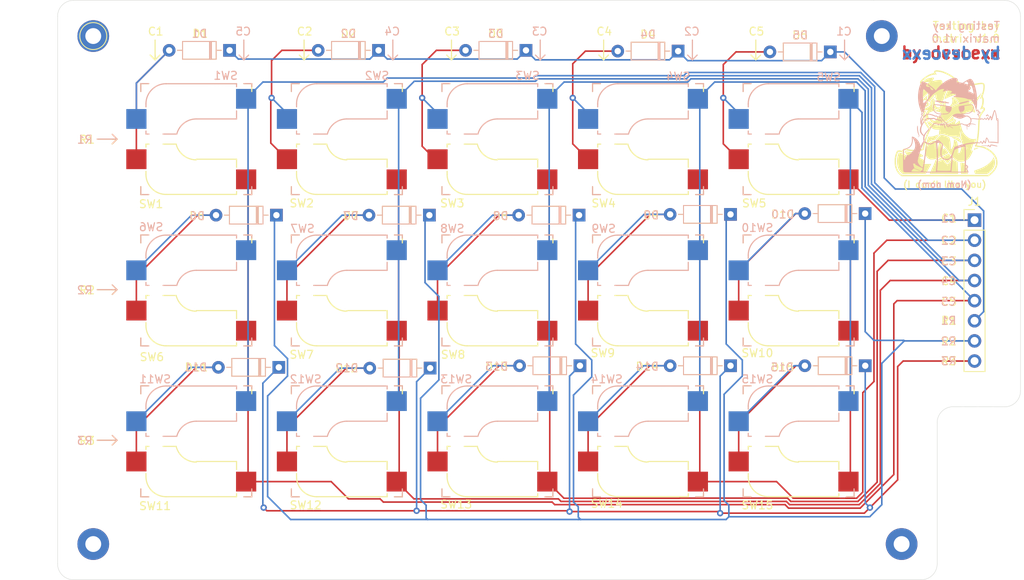
<source format=kicad_pcb>
(kicad_pcb (version 20241229) (generator "pcbnew") (generator_version "9.0")
  (layers (0 "F.Cu" signal) (2 "B.Cu" signal) (13 "F.Paste" user) (15 "B.Paste" user) (5 "F.SilkS" user "F.Silkscreen") (7 "B.SilkS" user "B.Silkscreen") (1 "F.Mask" user) (3 "B.Mask" user) (25 "Edge.Cuts" user))
  (net 0 "")
  (net 1 "Net-(D1-A)")
  (net 2 "row1")
  (net 3 "Net-(D2-A)")
  (net 4 "Net-(D3-A)")
  (net 5 "Net-(D4-A)")
  (net 6 "Net-(D5-A)")
  (net 7 "row2")
  (net 8 "Net-(D6-A)")
  (net 9 "Net-(D7-A)")
  (net 10 "Net-(D8-A)")
  (net 11 "Net-(D9-A)")
  (net 12 "Net-(D10-A)")
  (net 13 "Net-(D11-A)")
  (net 14 "row3")
  (net 15 "Net-(D12-A)")
  (net 16 "Net-(D13-A)")
  (net 17 "Net-(D14-A)")
  (net 18 "Net-(D15-A)")
  (net 19 "col3")
  (net 20 "col5")
  (net 21 "col1")
  (net 22 "col2")
  (net 23 "col4")
  (footprint "TestingSplitKb:D_DO-35_SOD27_P7.62mm_Horizontal_BothSides" (layer "F.Cu") (at 170 39 180)
    (property "Reference" "D5")
    (property "Value" "1N4148")
  )
  (footprint "TestPoint:TestPoint_Plated_Hole_D2.0mm" (layer "F.Cu") (at 77 37)
    (property "Reference" "REF**" (hide yes))
    (property "Value" "TestPoint_Plated_Hole_D2.0mm")
  )
  (footprint "" (layer "F.Cu") (at 77 101.1 90)
    (property "Reference" "")
    (property "Value" "")
  )
  (footprint "TestingSplitKb:Kailh_socket_MX_reversible" (layer "F.Cu") (at 90 88.14)
    (property "Reference" "SW11")
    (property "Value" "SW_Push_Dual")
  )
  (footprint "TestingSplitKb:Kailh_socket_MX_reversible" (layer "F.Cu") (at 166 88.14)
    (property "Reference" "SW15")
    (property "Value" "SW_Push_Dual")
  )
  (footprint "TestingSplitKb:TigerBite" (layer "F.Cu") (at 185.2 48.2)
    (property "Reference" "G***" (hide yes))
    (property "Value" "LOGO" (hide yes))
  )
  (footprint "TestingSplitKb:Kailh_socket_MX_reversible" (layer "F.Cu") (at 90 50)
    (property "Reference" "SW1")
    (property "Value" "SW_Push_Dual")
  )
  (footprint "TestingSplitKb:Kailh_socket_MX_reversible" (layer "F.Cu") (at 166 50)
    (property "Reference" "SW5")
    (property "Value" "SW_Push_Dual")
  )
  (footprint "TestingSplitKb:Kailh_socket_MX_reversible" (layer "F.Cu") (at 109 50)
    (property "Reference" "SW2")
    (property "Value" "SW_Push_Dual")
  )
  (footprint "TestingSplitKb:D_DO-35_SOD27_P7.62mm_Horizontal_BothSides" (layer "F.Cu") (at 100.11 59.6 180)
    (property "Reference" "D6")
    (property "Value" "1N4148")
  )
  (footprint "TestingSplitKb:D_DO-35_SOD27_P7.62mm_Horizontal_BothSides" (layer "F.Cu") (at 119.41 59.6 180)
    (property "Reference" "D7")
    (property "Value" "1N4148")
  )
  (footprint "TestingSplitKb:D_DO-35_SOD27_P7.62mm_Horizontal_BothSides" (layer "F.Cu") (at 157.41 78.6 180)
    (property "Reference" "D14")
    (property "Value" "1N4148")
  )
  (footprint "TestingSplitKb:Kailh_socket_MX_reversible" (layer "F.Cu") (at 147 69.1)
    (property "Reference" "SW9")
    (property "Value" "SW_Push_Dual")
  )
  (footprint "TestingSplitKb:Kailh_socket_MX_reversible" (layer "F.Cu") (at 147 88.14)
    (property "Reference" "SW14")
    (property "Value" "SW_Push_Dual")
  )
  (footprint "TestingSplitKb:D_DO-35_SOD27_P7.62mm_Horizontal_BothSides" (layer "F.Cu") (at 150.8 38.9 180)
    (property "Reference" "D4")
    (property "Value" "1N4148")
  )
  (footprint "TestingSplitKb:D_DO-35_SOD27_P7.62mm_Horizontal_BothSides" (layer "F.Cu") (at 138.3 59.6 180)
    (property "Reference" "D8")
    (property "Value" "1N4148")
  )
  (footprint "TestingSplitKb:Kailh_socket_MX_reversible" (layer "F.Cu") (at 147 50)
    (property "Reference" "SW4")
    (property "Value" "SW_Push_Dual")
  )
  (footprint "TestingSplitKb:Kailh_socket_MX_reversible" (layer "F.Cu") (at 90 69.1)
    (property "Reference" "SW6")
    (property "Value" "SW_Push_Dual")
  )
  (footprint "TestingSplitKb:D_DO-35_SOD27_P7.62mm_Horizontal_BothSides" (layer "F.Cu") (at 157.41 59.5 180)
    (property "Reference" "D9")
    (property "Value" "1N4148")
  )
  (footprint "TestingSplitKb:Kailh_socket_MX_reversible" (layer "F.Cu") (at 128 69.1)
    (property "Reference" "SW8")
    (property "Value" "SW_Push_Dual")
  )
  (footprint "TestingSplitKb:Kailh_socket_MX_reversible" (layer "F.Cu") (at 109 69.1)
    (property "Reference" "SW7")
    (property "Value" "SW_Push_Dual")
  )
  (footprint "" (layer "F.Cu") (at 176.5 37)
    (property "Reference" "")
    (property "Value" "")
  )
  (footprint "TestingSplitKb:Kailh_socket_MX_reversible" (layer "F.Cu") (at 166 69.1)
    (property "Reference" "SW10")
    (property "Value" "SW_Push_Dual")
  )
  (footprint "" (layer "F.Cu") (at 179 101.1 180)
    (property "Reference" "")
    (property "Value" "")
  )
  (footprint "TestingSplitKb:D_DO-35_SOD27_P7.62mm_Horizontal_BothSides" (layer "F.Cu") (at 131.6 38.8 180)
    (property "Reference" "D3")
    (property "Value" "1N4148")
  )
  (footprint "TestingSplitKb:D_DO-35_SOD27_P7.62mm_Horizontal_BothSides" (layer "F.Cu") (at 119.51 78.9 180)
    (property "Reference" "D12")
    (property "Value" "1N4148")
  )
  (footprint "TestingSplitKb:Alasca" (layer "F.Cu") (at 184.6 48)
    (property "Reference" "G***" (hide yes))
    (property "Value" "LOGO" (hide yes))
  )
  (footprint "Connector_PinHeader_2.54mm:PinHeader_1x08_P2.54mm_Vertical" (layer "F.Cu") (at 188.2 60.225)
    (property "Reference" "J1")
    (property "Value" "Conn_01x08_Pin")
  )
  (footprint "TestingSplitKb:Kailh_socket_MX_reversible" (layer "F.Cu") (at 128 88.14)
    (property "Reference" "SW13")
    (property "Value" "SW_Push_Dual")
  )
  (footprint "TestingSplitKb:D_DO-35_SOD27_P7.62mm_Horizontal_BothSides" (layer "F.Cu") (at 100.41 78.8 180)
    (property "Reference" "D11")
    (property "Value" "1N4148")
  )
  (footprint "TestingSplitKb:D_DO-35_SOD27_P7.62mm_Horizontal_BothSides" (layer "F.Cu") (at 94.2 38.8 180)
    (property "Reference" "D1")
    (property "Value" "1N4148")
  )
  (footprint "TestingSplitKb:D_DO-35_SOD27_P7.62mm_Horizontal_BothSides" (layer "F.Cu") (at 174.41 78.6 180)
    (property "Reference" "D15")
    (property "Value" "1N4148")
  )
  (footprint "TestingSplitKb:Kailh_socket_MX_reversible" (layer "F.Cu") (at 109 88.14)
    (property "Reference" "SW12")
    (property "Value" "SW_Push_Dual")
  )
  (footprint "TestingSplitKb:D_DO-35_SOD27_P7.62mm_Horizontal_BothSides" (layer "F.Cu") (at 138.41 78.6 180)
    (property "Reference" "D13")
    (property "Value" "1N4148")
  )
  (footprint "TestingSplitKb:D_DO-35_SOD27_P7.62mm_Horizontal_BothSides" (layer "F.Cu") (at 113 38.8 180)
    (property "Reference" "D2")
    (property "Value" "1N4148")
  )
  (footprint "TestingSplitKb:D_DO-35_SOD27_P7.62mm_Horizontal_BothSides" (layer "F.Cu") (at 174.4 59.4 180)
    (property "Reference" "D10")
    (property "Value" "1N4148")
  )
  (footprint "TestingSplitKb:Kailh_socket_MX_reversible" (layer "F.Cu") (at 128 50)
    (property "Reference" "SW3")
    (property "Value" "SW_Push_Dual")
  )
  (gr_line (start 84.8 37.5) (end 84.8 40) (stroke (width 0.15)) (layer "F.SilkS"))
  (gr_line (start 79.4 69) (end 80 69) (stroke (width 0.15)) (layer "F.SilkS"))
  (gr_line (start 141.4 37.5) (end 141.4 40) (stroke (width 0.15)) (layer "F.SilkS"))
  (gr_line (start 79.4 69) (end 80 69) (stroke (width 0.15)) (layer "F.SilkS"))
  (gr_line (start 84.8 39.4) (end 84.8 40) (stroke (width 0.15)) (layer "F.SilkS"))
  (gr_line (start 141.4 40) (end 142 39.4) (stroke (width 0.15)) (layer "F.SilkS"))
  (gr_line (start 79.4 50) (end 80 50) (stroke (width 0.15)) (layer "F.SilkS"))
  (gr_line (start 141.4 40) (end 140.8 39.4) (stroke (width 0.15)) (layer "F.SilkS"))
  (gr_line (start 84.8 40) (end 84.2 39.4) (stroke (width 0.15)) (layer "F.SilkS"))
  (gr_line (start 121.6 39.4) (end 122.2 40) (stroke (width 0.15)) (layer "F.SilkS"))
  (gr_line (start 79.4 50) (end 80 50) (stroke (width 0.15)) (layer "F.SilkS"))
  (gr_line (start 79.4 50.6) (end 80 50) (stroke (width 0.15)) (layer "F.SilkS"))
  (gr_line (start 79.4 88.6) (end 80 88) (stroke (width 0.15)) (layer "F.SilkS"))
  (gr_line (start 79.4 88) (end 80 88) (stroke (width 0.15)) (layer "F.SilkS"))
  (gr_line (start 79.4 50.6) (end 80 50) (stroke (width 0.15)) (layer "F.SilkS"))
  (gr_line (start 80 50) (end 79.4 50.6) (stroke (width 0.15)) (layer "F.SilkS"))
  (gr_line (start 79.4 69.6) (end 80 69) (stroke (width 0.15)) (layer "F.SilkS"))
  (gr_line (start 79.4 88) (end 80 88) (stroke (width 0.15)) (layer "F.SilkS"))
  (gr_line (start 84.8 39.4) (end 84.8 40) (stroke (width 0.15)) (layer "F.SilkS"))
  (gr_line (start 122.2 40) (end 122.8 39.4) (stroke (width 0.15)) (layer "F.SilkS"))
  (gr_line (start 77.5 69) (end 80 69) (stroke (width 0.15)) (layer "F.SilkS"))
  (gr_line (start 122.2 39.4) (end 122.2 40) (stroke (width 0.15)) (layer "F.SilkS"))
  (gr_line (start 80 88) (end 79.4 88.6) (stroke (width 0.15)) (layer "F.SilkS"))
  (gr_line (start 84.8 40) (end 85.4 39.4) (stroke (width 0.15)) (layer "F.SilkS"))
  (gr_line (start 80 88) (end 79.4 87.4) (stroke (width 0.15)) (layer "F.SilkS"))
  (gr_line (start 80 50) (end 79.4 49.4) (stroke (width 0.15)) (layer "F.SilkS"))
  (gr_line (start 80 50) (end 79.4 50.6) (stroke (width 0.15)) (layer "F.SilkS"))
  (gr_line (start 79.4 50) (end 80 50) (stroke (width 0.15)) (layer "F.SilkS"))
  (gr_line (start 80 69) (end 79.4 68.4) (stroke (width 0.15)) (layer "F.SilkS"))
  (gr_line (start 84.8 40) (end 84.2 39.4) (stroke (width 0.15)) (layer "F.SilkS"))
  (gr_line (start 80 69) (end 79.4 69.6) (stroke (width 0.15)) (layer "F.SilkS"))
  (gr_line (start 80 69) (end 79.4 69.6) (stroke (width 0.15)) (layer "F.SilkS"))
  (gr_line (start 80 50) (end 79.4 50.6) (stroke (width 0.15)) (layer "F.SilkS"))
  (gr_line (start 160 39.4) (end 160.6 40) (stroke (width 0.15)) (layer "F.SilkS"))
  (gr_line (start 103.6 40) (end 104.2 39.4) (stroke (width 0.15)) (layer "F.SilkS"))
  (gr_line (start 77.5 50) (end 80 50) (stroke (width 0.15)) (layer "F.SilkS"))
  (gr_line (start 80 88) (end 79.4 88.6) (stroke (width 0.15)) (layer "F.SilkS"))
  (gr_line (start 84.2 39.4) (end 84.8 40) (stroke (width 0.15)) (layer "F.SilkS"))
  (gr_line (start 160.6 40) (end 161.2 39.4) (stroke (width 0.15)) (layer "F.SilkS"))
  (gr_line (start 103 39.4) (end 103.6 40) (stroke (width 0.15)) (layer "F.SilkS"))
  (gr_line (start 160.6 37.5) (end 160.6 40) (stroke (width 0.15)) (layer "F.SilkS"))
  (gr_line (start 103.6 37.5) (end 103.6 40) (stroke (width 0.15)) (layer "F.SilkS"))
  (gr_line (start 77.5 88) (end 80 88) (stroke (width 0.15)) (layer "F.SilkS"))
  (gr_line (start 79.4 50) (end 80 50) (stroke (width 0.15)) (layer "F.SilkS"))
  (gr_line (start 122.2 37.5) (end 122.2 40) (stroke (width 0.15)) (layer "F.SilkS"))
  (gr_line (start 171.8 37.5) (end 171.8 40) (stroke (width 0.15)) (layer "B.SilkS"))
  (gr_line (start 114.8 40) (end 115.4 39.4) (stroke (width 0.15)) (layer "B.SilkS"))
  (gr_line (start 152 39.4) (end 152.6 40) (stroke (width 0.15)) (layer "B.SilkS"))
  (gr_line (start 114.2 39.4) (end 114.8 40) (stroke (width 0.15)) (layer "B.SilkS"))
  (gr_line (start 80 69) (end 79.4 69.6) (stroke (width 0.15)) (layer "B.SilkS"))
  (gr_line (start 114.8 37.5) (end 114.8 40) (stroke (width 0.15)) (layer "B.SilkS"))
  (gr_line (start 80 69) (end 79.4 68.4) (stroke (width 0.15)) (layer "B.SilkS"))
  (gr_line (start 80 88) (end 79.4 87.4) (stroke (width 0.15)) (layer "B.SilkS"))
  (gr_line (start 77.5 88) (end 80 88) (stroke (width 0.15)) (layer "B.SilkS"))
  (gr_line (start 152.6 37.5) (end 152.6 40) (stroke (width 0.15)) (layer "B.SilkS"))
  (gr_line (start 133.4 37.5) (end 133.4 40) (stroke (width 0.15)) (layer "B.SilkS"))
  (gr_line (start 96 40) (end 96.6 39.4) (stroke (width 0.15)) (layer "B.SilkS"))
  (gr_line (start 80 50) (end 79.4 49.4) (stroke (width 0.15)) (layer "B.SilkS"))
  (gr_line (start 96 37.5) (end 96 40) (stroke (width 0.15)) (layer "B.SilkS"))
  (gr_line (start 95.4 39.4) (end 96 40) (stroke (width 0.15)) (layer "B.SilkS"))
  (gr_line (start 171.8 40) (end 172.4 39.4) (stroke (width 0.15)) (layer "B.SilkS"))
  (gr_line (start 77.5 50) (end 80 50) (stroke (width 0.15)) (layer "B.SilkS"))
  (gr_line (start 80 88) (end 79.4 88.6) (stroke (width 0.15)) (layer "B.SilkS"))
  (gr_line (start 80 50) (end 79.4 50.6) (stroke (width 0.15)) (layer "B.SilkS"))
  (gr_line (start 132.8 39.4) (end 133.4 40) (stroke (width 0.15)) (layer "B.SilkS"))
  (gr_line (start 171.2 39.4) (end 171.8 40) (stroke (width 0.15)) (layer "B.SilkS"))
  (gr_line (start 152.6 40) (end 153.2 39.4) (stroke (width 0.15)) (layer "B.SilkS"))
  (gr_line (start 77.5 69) (end 80 69) (stroke (width 0.15)) (layer "B.SilkS"))
  (gr_line (start 133.4 40) (end 134 39.4) (stroke (width 0.15)) (layer "B.SilkS"))
  (gr_line (start 72.5 34.5) (end 72.500001 103.6) (stroke (width 0.05)) (layer "Edge.Cuts"))
  (gr_line (start 183.485786 85.785788) (end 183.485786 103.6) (stroke (width 0.05)) (layer "Edge.Cuts"))
  (gr_arc (start 183.485786 85.785788) (mid 184.075735 84.361523) (end 185.5 83.771572) (stroke (width 0.05)) (layer "Edge.Cuts"))
  (gr_arc (start 72.5 34.5) (mid 73.085786 33.085786) (end 74.5 32.5) (stroke (width 0.05)) (layer "Edge.Cuts"))
  (gr_line (start 175.5 32.5) (end 192 32.5) (stroke (width 0.05)) (layer "Edge.Cuts"))
  (gr_arc (start 74.5 105.6) (mid 73.085787 105.014214) (end 72.500001 103.600001) (stroke (width 0.05)) (layer "Edge.Cuts"))
  (gr_arc (start 194 81.785786) (mid 193.414214 83.2) (end 192.000001 83.785787) (stroke (width 0.05)) (layer "Edge.Cuts"))
  (gr_line (start 74.5 32.5) (end 175.5 32.5) (stroke (width 0.05)) (layer "Edge.Cuts"))
  (gr_line (start 194 34.5) (end 194 81.785786) (stroke (width 0.05)) (layer "Edge.Cuts"))
  (gr_arc (start 183.485786 103.6) (mid 182.9 105.014214) (end 181.485786 105.6) (stroke (width 0.05)) (layer "Edge.Cuts"))
  (gr_line (start 185.5 83.771572) (end 191.992789 83.785787) (stroke (width 0.05)) (layer "Edge.Cuts"))
  (gr_line (start 74.5 105.6) (end 181.485786 105.6) (stroke (width 0.05)) (layer "Edge.Cuts"))
  (gr_arc (start 192 32.5) (mid 193.414214 33.085786) (end 194.000001 34.499999) (stroke (width 0.05)) (layer "Edge.Cuts"))
  (gr_text "by devcexx" (at 178.8 40 0) (layer "F.Cu") (effects (font (size 1.5 1.5) (thickness 0.3) (bold yes)) (justify left bottom)))
  (gr_text "by devcexx" (at 191.7 38.3 0) (layer "B.Cu") (effects (font (size 1.5 1.5) (thickness 0.3) (bold yes)) (justify left top mirror)))
  (gr_text "R2" (at 75.15 69.65 0) (layer "F.SilkS") (effects (font (size 1 1)) (justify left bottom)))
  (gr_text "R3" (at 75.15 88.65 0) (layer "F.SilkS") (effects (font (size 1 1)) (justify left bottom)))
  (gr_text "Testing key\nmatrix v1.0" (at 191.5 37.9 0) (layer "F.SilkS") (effects (font (size 1 1)) (justify right bottom)))
  (gr_text "C2" (at 183.9 63.4 0) (layer "F.SilkS") (effects (font (size 1 1)) (justify left bottom)))
  (gr_text "R1" (at 75.15 50.65 0) (layer "F.SilkS") (effects (font (size 1 1)) (justify left bottom)))
  (gr_text "R2" (at 183.9 76.1 0) (layer "F.SilkS") (effects (font (size 1 1)) (justify left bottom)))
  (gr_text "R3" (at 183.9 78.6 0) (layer "F.SilkS") (effects (font (size 1 1)) (justify left bottom)))
  (gr_text "C3" (at 121.2 37 0) (layer "F.SilkS") (effects (font (size 1 1)) (justify left bottom)))
  (gr_text "C1" (at 83.8 37 0) (layer "F.SilkS") (effects (font (size 1 1)) (justify left bottom)))
  (gr_text "C1" (at 183.9 60.6 0) (layer "F.SilkS") (effects (font (size 1 1)) (justify left bottom)))
  (gr_text "C5" (at 159.6 37 0) (layer "F.SilkS") (effects (font (size 1 1)) (justify left bottom)))
  (gr_text "C3" (at 183.9 66 0) (layer "F.SilkS") (effects (font (size 1 1)) (justify left bottom)))
  (gr_text "C4" (at 183.9 68.5 0) (layer "F.SilkS") (effects (font (size 1 1)) (justify left bottom)))
  (gr_text "(I don't like you)" (at 179.1 56.2 0) (layer "F.SilkS") (effects (font (size 0.8 0.8) (thickness 0.15) (bold yes)) (justify left bottom)))
  (gr_text "R1" (at 183.9 73.5 0) (layer "F.SilkS") (effects (font (size 1 1)) (justify left bottom)))
  (gr_text "C5" (at 183.9 71.1 0) (layer "F.SilkS") (effects (font (size 1 1)) (justify left bottom)))
  (gr_text "C4" (at 140.4 37 0) (layer "F.SilkS") (effects (font (size 1 1)) (justify left bottom)))
  (gr_text "C2" (at 102.6 37 0) (layer "F.SilkS") (effects (font (size 1 1)) (justify left bottom)))
  (gr_text "R1" (at 77 50.65 0) (layer "B.SilkS") (effects (font (size 1 1)) (justify left bottom mirror)))
  (gr_text "C1" (at 172.8 37 0) (layer "B.SilkS") (effects (font (size 1 1)) (justify left bottom mirror)))
  (gr_text "R2" (at 77 69.65 0) (layer "B.SilkS") (effects (font (size 1 1)) (justify left bottom mirror)))
  (gr_text "C5" (at 186 71.1 0) (layer "B.SilkS") (effects (font (size 1 1)) (justify left bottom mirror)))
  (gr_text "(Nom nom)" (at 184.4 56.2 0) (layer "B.SilkS") (effects (font (size 0.8 0.8)) (justify bottom mirror)))
  (gr_text "R3" (at 186 78.6 0) (layer "B.SilkS") (effects (font (size 1 1)) (justify left bottom mirror)))
  (gr_text "C4" (at 186 68.5 0) (layer "B.SilkS") (effects (font (size 1 1)) (justify left bottom mirror)))
  (gr_text "C4" (at 115.8 37 0) (layer "B.SilkS") (effects (font (size 1 1)) (justify left bottom mirror)))
  (gr_text "R1" (at 186 73.5 0) (layer "B.SilkS") (effects (font (size 1 1)) (justify left bottom mirror)))
  (gr_text "R2" (at 186 76.1 0) (layer "B.SilkS") (effects (font (size 1 1)) (justify left bottom mirror)))
  (gr_text "Testing key\nmatrix v1.0" (at 191.5 37.9 0) (layer "B.SilkS") (effects (font (size 1 1)) (justify left bottom mirror)))
  (gr_text "C3" (at 134.4 37 0) (layer "B.SilkS") (effects (font (size 1 1)) (justify left bottom mirror)))
  (gr_text "C3" (at 186 66 0) (layer "B.SilkS") (effects (font (size 1 1)) (justify left bottom mirror)))
  (gr_text "C2" (at 153.6 37 0) (layer "B.SilkS") (effects (font (size 1 1)) (justify left bottom mirror)))
  (gr_text "C1" (at 186 60.6 0) (layer "B.SilkS") (effects (font (size 1 1)) (justify left bottom mirror)))
  (gr_text "C2" (at 186 63.4 0) (layer "B.SilkS") (effects (font (size 1 1)) (justify left bottom mirror)))
  (gr_text "C5" (at 97 37 0) (layer "B.SilkS") (effects (font (size 1 1)) (justify left bottom mirror)))
  (gr_text "R3" (at 77 88.65 0) (layer "B.SilkS") (effects (font (size 1 1)) (justify left bottom mirror)))
  (segment (start 82.44 42.94) (end 86.58 38.8) (width 0.2) (layer "F.Cu") (net 1))
  (segment (start 82.44 52.54) (end 82.44 42.94) (width 0.2) (layer "F.Cu") (net 1))
  (segment (start 82.44 42.94) (end 86.58 38.8) (width 0.2) (layer "B.Cu") (net 1))
  (segment (start 82.44 47.46) (end 82.44 42.94) (width 0.2) (layer "B.Cu") (net 1))
  (segment (start 113 38.8) (end 114.1 39.9) (width 0.2) (layer "B.Cu") (net 2))
  (segment (start 149.699 40.001) (end 150.8 38.9) (width 0.2) (layer "B.Cu") (net 2))
  (segment (start 95.301 39.901) (end 111.899 39.901) (width 0.2) (layer "B.Cu") (net 2))
  (segment (start 168.899 40.101) (end 170 39) (width 0.2) (layer "B.Cu") (net 2))
  (segment (start 94.2 38.8) (end 95.301 39.901) (width 0.2) (layer "B.Cu") (net 2))
  (segment (start 171.8013 39) (end 176.8 43.9987) (width 0.2) (layer "B.Cu") (net 2))
  (segment (start 132.801 40.001) (end 149.699 40.001) (width 0.2) (layer "B.Cu") (net 2))
  (segment (start 178.2 56.3) (end 186.577 56.3) (width 0.2) (layer "B.Cu") (net 2))
  (segment (start 152.001 40.101) (end 168.899 40.101) (width 0.2) (layer "B.Cu") (net 2))
  (segment (start 130.5 39.9) (end 131.6 38.8) (width 0.2) (layer "B.Cu") (net 2))
  (segment (start 186.577 56.3) (end 189.351 59.074) (width 0.2) (layer "B.Cu") (net 2))
  (segment (start 176.8 54.9) (end 178.2 56.3) (width 0.2) (layer "B.Cu") (net 2))
  (segment (start 111.899 39.901) (end 113 38.8) (width 0.2) (layer "B.Cu") (net 2))
  (segment (start 189.351 59.074) (end 189.351 71.774) (width 0.2) (layer "B.Cu") (net 2))
  (segment (start 114.1 39.9) (end 130.5 39.9) (width 0.2) (layer "B.Cu") (net 2))
  (segment (start 170 39) (end 171.8013 39) (width 0.2) (layer "B.Cu") (net 2))
  (segment (start 150.8 38.9) (end 152.001 40.101) (width 0.2) (layer "B.Cu") (net 2))
  (segment (start 131.6 38.8) (end 132.801 40.001) (width 0.2) (layer "B.Cu") (net 2))
  (segment (start 189.351 71.774) (end 188.2 72.925) (width 0.2) (layer "B.Cu") (net 2))
  (segment (start 176.8 43.9987) (end 176.8 54.9) (width 0.2) (layer "B.Cu") (net 2))
  (segment (start 99.4 50.5) (end 99.4 44.9) (width 0.2) (layer "F.Cu") (net 3))
  (segment (start 99.4 44.9) (end 99.5 44.8) (width 0.2) (layer "F.Cu") (net 3))
  (segment (start 99.5 40.1) (end 100.8 38.8) (width 0.2) (layer "F.Cu") (net 3))
  (segment (start 100.8 38.8) (end 105.38 38.8) (width 0.2) (layer "F.Cu") (net 3))
  (segment (start 101.44 52.54) (end 99.4 50.5) (width 0.2) (layer "F.Cu") (net 3))
  (segment (start 99.5 44.8) (end 99.5 40.1) (width 0.2) (layer "F.Cu") (net 3))
  (via (at 99.5 44.8) (size 0.8) (drill 0.4) (layers "F.Cu" "B.Cu") (net 3))
  (segment (start 101.44 47.46) (end 101.44 46.74) (width 0.2) (layer "B.Cu") (net 3))
  (segment (start 101.44 46.74) (end 99.5 44.8) (width 0.2) (layer "B.Cu") (net 3))
  (segment (start 120.3 38.8) (end 123.98 38.8) (width 0.2) (layer "F.Cu") (net 4))
  (segment (start 120.14 52.54) (end 118.5 50.9) (width 0.2) (layer "F.Cu") (net 4))
  (segment (start 120.44 52.54) (end 120.14 52.54) (width 0.2) (layer "F.Cu") (net 4))
  (segment (start 118.5 50.9) (end 118.5 44.8) (width 0.2) (layer "F.Cu") (net 4))
  (segment (start 118.5 40.6) (end 120.3 38.8) (width 0.2) (layer "F.Cu") (net 4))
  (segment (start 118.5 44.8) (end 118.5 40.6) (width 0.2) (layer "F.Cu") (net 4))
  (via (at 118.5 44.8) (size 0.8) (drill 0.4) (layers "F.Cu" "B.Cu") (net 4))
  (segment (start 120.44 47.46) (end 120.44 46.74) (width 0.2) (layer "B.Cu") (net 4))
  (segment (start 120.44 46.74) (end 118.5 44.8) (width 0.2) (layer "B.Cu") (net 4))
  (segment (start 139.1 38.9) (end 143.18 38.9) (width 0.2) (layer "F.Cu") (net 5))
  (segment (start 137.5 50.6) (end 137.5 44.8) (width 0.2) (layer "F.Cu") (net 5))
  (segment (start 137.5 44.8) (end 137.5 40.5) (width 0.2) (layer "F.Cu") (net 5))
  (segment (start 137.5 40.5) (end 139.1 38.9) (width 0.2) (layer "F.Cu") (net 5))
  (segment (start 139.44 52.54) (end 137.5 50.6) (width 0.2) (layer "F.Cu") (net 5))
  (via (at 137.5 44.8) (size 0.8) (drill 0.4) (layers "F.Cu" "B.Cu") (net 5))
  (segment (start 139.44 47.46) (end 139.44 46.74) (width 0.2) (layer "B.Cu") (net 5))
  (segment (start 139.44 46.74) (end 137.5 44.8) (width 0.2) (layer "B.Cu") (net 5))
  (segment (start 158.44 52.54) (end 156.5 50.6) (width 0.2) (layer "F.Cu") (net 6))
  (segment (start 156.5 40.6) (end 158.1 39) (width 0.2) (layer "F.Cu") (net 6))
  (segment (start 156.5 44.8) (end 156.5 40.6) (width 0.2) (layer "F.Cu") (net 6))
  (segment (start 158.1 39) (end 162.38 39) (width 0.2) (layer "F.Cu") (net 6))
  (segment (start 156.5 50.6) (end 156.5 44.8) (width 0.2) (layer "F.Cu") (net 6))
  (via (at 156.5 44.8) (size 0.8) (drill 0.4) (layers "F.Cu" "B.Cu") (net 6))
  (segment (start 158.44 47.46) (end 158.44 46.74) (width 0.2) (layer "B.Cu") (net 6))
  (segment (start 158.44 46.74) (end 156.5 44.8) (width 0.2) (layer "B.Cu") (net 6))
  (segment (start 118.3 82.7) (end 118.3 95.5) (width 0.2) (layer "B.Cu") (net 7))
  (segment (start 156.85 98.001) (end 157.2 97.651) (width 0.2) (layer "B.Cu") (net 7))
  (segment (start 99 95.1) (end 101.901 98.001) (width 0.2) (layer "B.Cu") (net 7))
  (segment (start 118.864 60.146) (end 118.864 68.111) (width 0.2) (layer "B.Cu") (net 7))
  (segment (start 101.901 98.001) (end 119.2 98.001) (width 0.2) (layer "B.Cu") (net 7))
  (segment (start 137.6 82.3) (end 137.6 95.8) (width 0.2) (layer "B.Cu") (net 7))
  (segment (start 156.864 75.852) (end 158.9 77.888) (width 0.2) (layer "B.Cu") (net 7))
  (segment (start 179.335 75.465) (end 188.2 75.465) (width 0.2) (layer "B.Cu") (net 7))
  (segment (start 176.5 96.132786) (end 176.5 78.3) (width 0.2) (layer "B.Cu") (net 7))
  (segment (start 174.4 74.3) (end 175.5 75.4) (width 0.2) (layer "B.Cu") (net 7))
  (segment (start 138.2 98.001) (end 138.5 98.001) (width 0.2) (layer "B.Cu") (net 7))
  (segment (start 120.611 69.858) (end 120.611 80.389) (width 0.2) (layer "B.Cu") (net 7))
  (segment (start 100.11 59.6) (end 99.864 59.846) (width 0.2) (layer "B.Cu") (net 7))
  (segment (start 175.5 75.4) (end 179.27 75.4) (width 0.2) (layer "B.Cu") (net 7))
  (segment (start 118.3 95.5) (end 119 96.2) (width 0.2) (layer "B.Cu") (net 7))
  (segment (start 119 97.801) (end 119.2 98.001) (width 0.2) (layer "B.Cu") (net 7))
  (segment (start 119.2 98.001) (end 138.2 98.001) (width 0.2) (layer "B.Cu") (net 7))
  (segment (start 139.9 80) (end 137.6 82.3) (width 0.2) (layer "B.Cu") (net 7))
  (segment (start 101.511 77.699) (end 101.511 79.901) (width 0.2) (layer "B.Cu") (net 7))
  (segment (start 157.41 59.5) (end 156.864 60.046) (width 0.2) (layer "B.Cu") (net 7))
  (segment (start 156.6 82.2) (end 156.6 95.6) (width 0.2) (layer "B.Cu") (net 7))
  (segment (start 99.864 76.052) (end 101.511 77.699) (width 0.2) (layer "B.Cu") (net 7))
  (segment (start 99.864 59.846) (end 99.864 76.052) (width 0.2) (layer "B.Cu") (net 7))
  (segment (start 137.864 75.852) (end 139.9 77.888) (width 0.2) (layer "B.Cu") (net 7))
  (segment (start 119 96.2) (end 119 97.801) (width 0.2) (layer "B.Cu") (net 7))
  (segment (start 158.9 79.9) (end 156.6 82.2) (width 0.2) (layer "B.Cu") (net 7))
  (segment (start 157.2 96.2) (end 157.2 97.651) (width 0.2) (layer "B.Cu") (net 7))
  (segment (start 156.864 60.046) (end 156.864 75.852) (width 0.2) (layer "B.Cu") (net 7))
  (segment (start 139.9 77.888) (end 139.9 80) (width 0.2) (layer "B.Cu") (net 7))
  (segment (start 138.2 97.701) (end 138.5 98.001) (width 0.2) (layer "B.Cu") (net 7))
  (segment (start 156.6 95.6) (end 157.2 96.2) (width 0.2) (layer "B.Cu") (net 7))
  (segment (start 137.6 95.8) (end 138.2 96.4) (width 0.2) (layer "B.Cu") (net 7))
  (segment (start 99 82.412) (end 99 95.1) (width 0.2) (layer "B.Cu") (net 7))
  (segment (start 176.5 78.3) (end 179.335 75.465) (width 0.2) (layer "B.Cu") (net 7))
  (segment (start 138.2 96.4) (end 138.2 97.701) (width 0.2) (layer "B.Cu") (net 7))
  (segment (start 158.9 77.888) (end 158.9 79.9) (width 0.2) (layer "B.Cu") (net 7))
  (segment (start 138.3 59.6) (end 137.864 60.036) (width 0.2) (layer "B.Cu") (net 7))
  (segment (start 157.2 97.651) (end 174.981786 97.651) (width 0.2) (layer "B.Cu") (net 7))
  (segment (start 138.5 98.001) (end 156.85 98.001) (width 0.2) (layer "B.Cu") (net 7))
  (segment (start 101.511 79.901) (end 99 82.412) (width 0.2) (layer "B.Cu") (net 7))
  (segment (start 120.611 80.389) (end 118.3 82.7) (width 0.2) (layer "B.Cu") (net 7))
  (segment (start 137.864 60.036) (end 137.864 75.852) (width 0.2) (layer "B.Cu") (net 7))
  (segment (start 118.864 68.111) (end 120.611 69.858) (width 0.2) (layer "B.Cu") (net 7))
  (segment (start 174.4 59.4) (end 174.4 74.3) (width 0.2) (layer "B.Cu") (net 7))
  (segment (start 179.27 75.4) (end 179.335 75.465) (width 0.2) (layer "B.Cu") (net 7))
  (segment (start 119.41 59.6) (end 118.864 60.146) (width 0.2) (layer "B.Cu") (net 7))
  (segment (start 174.981786 97.651) (end 176.5 96.132786) (width 0.2) (layer "B.Cu") (net 7))
  (segment (start 82.44 67.338737) (end 90.178737 59.6) (width 0.2) (layer "F.Cu") (net 8))
  (segment (start 90.178737 59.6) (end 92.49 59.6) (width 0.2) (layer "F.Cu") (net 8))
  (segment (start 82.44 71.64) (end 82.44 67.338737) (width 0.2) (layer "F.Cu") (net 8))
  (segment (start 82.44 66.56) (end 89.4 59.6) (width 0.2) (layer "B.Cu") (net 8))
  (segment (start 89.4 59.6) (end 92.49 59.6) (width 0.2) (layer "B.Cu") (net 8))
  (segment (start 109.178737 59.6) (end 111.79 59.6) (width 0.2) (layer "F.Cu") (net 9))
  (segment (start 101.44 71.64) (end 101.44 67.338737) (width 0.2) (layer "F.Cu") (net 9))
  (segment (start 101.44 67.338737) (end 109.178737 59.6) (width 0.2) (layer "F.Cu") (net 9))
  (segment (start 108.4 59.6) (end 111.79 59.6) (width 0.2) (layer "B.Cu") (net 9))
  (segment (start 101.44 66.56) (end 108.4 59.6) (width 0.2) (layer "B.Cu") (net 9))
  (segment (start 120.44 71.64) (end 120.44 67.338737) (width 0.2) (layer "F.Cu") (net 10))
  (segment (start 128.178737 59.6) (end 130.68 59.6) (width 0.2) (layer "F.Cu") (net 10))
  (segment (start 120.44 67.338737) (end 128.178737 59.6) (width 0.2) (layer "F.Cu") (net 10))
  (segment (start 127.4 59.6) (end 130.68 59.6) (width 0.2) (layer "B.Cu") (net 10))
  (segment (start 120.44 66.56) (end 127.4 59.6) (width 0.2) (layer "B.Cu") (net 10))
  (segment (start 147.278737 59.5) (end 149.79 59.5) (width 0.2) (layer "F.Cu") (net 11))
  (segment (start 139.44 71.64) (end 139.44 67.338737) (width 0.2) (layer "F.Cu") (net 11))
  (segment (start 139.44 67.338737) (end 147.278737 59.5) (width 0.2) (layer "F.Cu") (net 11))
  (segment (start 139.44 66.56) (end 146.5 59.5) (width 0.2) (layer "B.Cu") (net 11))
  (segment (start 146.5 59.5) (end 149.79 59.5) (width 0.2) (layer "B.Cu") (net 11))
  (segment (start 158.44 71.64) (end 158.44 66.60863) (width 0.2) (layer "F.Cu") (net 12))
  (segment (start 165.64863 59.4) (end 166.78 59.4) (width 0.2) (layer "F.Cu") (net 12))
  (segment (start 158.44 66.60863) (end 165.64863 59.4) (width 0.2) (layer "F.Cu") (net 12))
  (segment (start 158.44 66.56) (end 165.6 59.4) (width 0.2) (layer "B.Cu") (net 12))
  (segment (start 165.6 59.4) (end 166.78 59.4) (width 0.2) (layer "B.Cu") (net 12))
  (segment (start 90.018737 78.8) (end 92.79 78.8) (width 0.2) (layer "F.Cu") (net 13))
  (segment (start 82.44 86.378737) (end 90.018737 78.8) (width 0.2) (layer "F.Cu") (net 13))
  (segment (start 82.44 90.68) (end 82.44 86.378737) (width 0.2) (layer "F.Cu") (net 13))
  (segment (start 82.44 85.6) (end 89.24 78.8) (width 0.2) (layer "B.Cu") (net 13))
  (segment (start 89.24 78.8) (end 92.79 78.8) (width 0.2) (layer "B.Cu") (net 13))
  (segment (start 156.1 97.2) (end 174.3 97.2) (width 0.2) (layer "F.Cu") (net 14))
  (segment (start 178.5 93) (end 178.5 78.7) (width 0.2) (layer "F.Cu") (net 14))
  (segment (start 117.8 96.9) (end 98.9 96.9) (width 0.2) (layer "F.Cu") (net 14))
  (segment (start 179.195 78.005) (end 188.2 78.005) (width 0.2) (layer "F.Cu") (net 14))
  (segment (start 174.3 97.2) (end 175 96.5) (width 0.2) (layer "F.Cu") (net 14))
  (segment (start 175 96.5) (end 178.5 93) (width 0.2) (layer "F.Cu") (net 14))
  (segment (start 98.9 96.9) (end 98.5 96.5) (width 0.2) (layer "F.Cu") (net 14))
  (segment (start 178.5 78.7) (end 179.195 78.005) (width 0.2) (layer "F.Cu") (net 14))
  (segment (start 117.8 96.9) (end 137 96.9) (width 0.2) (layer "F.Cu") (net 14))
  (segment (start 137 96.9) (end 137.1 97) (width 0.2) (layer "F.Cu") (net 14))
  (segment (start 155.9 97) (end 156.1 97.2) (width 0.2) (layer "F.Cu") (net 14))
  (segment (start 137.1 97) (end 155.9 97) (width 0.2) (layer "F.Cu") (net 14))
  (via (at 98.5 96.5) (size 0.8) (drill 0.4) (layers "F.Cu" "B.Cu") (net 14))
  (via (at 156.1 97.2) (size 0.8) (drill 0.4) (layers "F.Cu" "B.Cu") (net 14))
  (via (at 117.8 96.9) (size 0.8) (drill 0.4) (layers "F.Cu" "B.Cu") (net 14))
  (via (at 175 96.5) (size 0.8) (drill 0.4) (layers "F.Cu" "B.Cu") (net 14))
  (via (at 137.1 97) (size 0.8) (drill 0.4) (layers "F.Cu" "B.Cu") (net 14))
  (segment (start 175 96.5) (end 174.41 95.91) (width 0.2) (layer "B.Cu") (net 14))
  (segment (start 100.4 78.8) (end 98.4 80.8) (width 0.2) (layer "B.Cu") (net 14))
  (segment (start 98.4 80.8) (end 98.4 96.4) (width 0.2) (layer "B.Cu") (net 14))
  (segment (start 157.41 78.6) (end 156.1 79.91) (width 0.2) (layer "B.Cu") (net 14))
  (segment (start 100.41 78.8) (end 100.4 78.8) (width 0.2) (layer "B.Cu") (net 14))
  (segment (start 156.1 79.91) (end 156.1 96.9) (width 0.2) (layer "B.Cu") (net 14))
  (segment (start 98.4 96.4) (end 98.5 96.5) (width 0.2) (layer "B.Cu") (net 14))
  (segment (start 117.8 96.9) (end 117.8 80.61) (width 0.2) (layer "B.Cu") (net 14))
  (segment (start 174.41 95.91) (end 174.41 78.6) (width 0.2) (layer "B.Cu") (net 14))
  (segment (start 117.8 80.61) (end 119.51 78.9) (width 0.2) (layer "B.Cu") (net 14))
  (segment (start 137.1 79.91) (end 138.41 78.6) (width 0.2) (layer "B.Cu") (net 14))
  (segment (start 137.1 97) (end 137.1 79.91) (width 0.2) (layer "B.Cu") (net 14))
  (segment (start 108.918737 78.9) (end 111.89 78.9) (width 0.2) (layer "F.Cu") (net 15))
  (segment (start 101.44 90.68) (end 101.44 86.378737) (width 0.2) (layer "F.Cu") (net 15))
  (segment (start 101.44 86.378737) (end 108.918737 78.9) (width 0.2) (layer "F.Cu") (net 15))
  (segment (start 108.14 78.9) (end 111.89 78.9) (width 0.2) (layer "B.Cu") (net 15))
  (segment (start 101.44 85.6) (end 108.14 78.9) (width 0.2) (layer "B.Cu") (net 15))
  (segment (start 128.218737 78.6) (end 130.59 78.6) (width 0.2) (layer "F.Cu") (net 16))
  (segment (start 120.44 90.68) (end 120.44 86.378737) (width 0.2) (layer "F.Cu") (net 16))
  (segment (start 120.44 86.378737) (end 128.218737 78.6) (width 0.2) (layer "F.Cu") (net 16))
  (segment (start 120.44 85.6) (end 127.44 78.6) (width 0.2) (layer "B.Cu") (net 16))
  (segment (start 127.44 78.6) (end 130.59 78.6) (width 0.2) (layer "B.Cu") (net 16))
  (segment (start 139.44 86.378737) (end 147.218737 78.6) (width 0.2) (layer "F.Cu") (net 17))
  (segment (start 139.44 90.68) (end 139.44 86.378737) (width 0.2) (layer "F.Cu") (net 17))
  (segment (start 147.218737 78.6) (end 149.79 78.6) (width 0.2) (layer "F.Cu") (net 17))
  (segment (start 146.44 78.6) (end 149.79 78.6) (width 0.2) (layer "B.Cu") (net 17))
  (segment (start 139.44 85.6) (end 146.44 78.6) (width 0.2) (layer "B.Cu") (net 17))
  (segment (start 165.65863 78.6) (end 166.79 78.6) (width 0.2) (layer "F.Cu") (net 18))
  (segment (start 158.44 90.68) (end 158.44 85.81863) (width 0.2) (layer "F.Cu") (net 18))
  (segment (start 158.44 85.81863) (end 165.65863 78.6) (width 0.2) (layer "F.Cu") (net 18))
  (segment (start 158.44 85.6) (end 165.44 78.6) (width 0.2) (layer "B.Cu") (net 18))
  (segment (start 165.44 78.6) (end 166.79 78.6) (width 0.2) (layer "B.Cu") (net 18))
  (segment (start 164.6 95.3) (end 165.022 95.722) (width 0.2) (layer "F.Cu") (net 19))
  (segment (start 134.29 93.22) (end 136.391 95.321) (width 0.2) (layer "F.Cu") (net 19))
  (segment (start 134.5319 55.3219) (end 134.5319 73.9381) (width 0.2) (layer "F.Cu") (net 19))
  (segment (start 136.391 95.321) (end 150.979 95.321) (width 0.2) (layer "F.Cu") (net 19))
  (segment (start 165.022 95.722) (end 173.4821 95.722) (width 0.2) (layer "F.Cu") (net 19))
  (segment (start 177.295 65.305) (end 188.2 65.305) (width 0.2) (layer "F.Cu") (net 19))
  (segment (start 175.912 93.2921) (end 175.912 66.688) (width 0.2) (layer "F.Cu") (net 19))
  (segment (start 134.6 92.91) (end 134.29 93.22) (width 0.2) (layer "F.Cu") (net 19))
  (segment (start 151 95.3) (end 164.6 95.3) (width 0.2) (layer "F.Cu") (net 19))
  (segment (start 173.4821 95.722) (end 175.912 93.2921) (width 0.2) (layer "F.Cu") (net 19))
  (segment (start 134.5319 73.9381) (end 134.29 74.18) (width 0.2) (layer "F.Cu") (net 19))
  (segment (start 175.912 66.688) (end 177.295 65.305) (width 0.2) (layer "F.Cu") (net 19))
  (segment (start 150.979 95.321) (end 151 95.3) (width 0.2) (layer "F.Cu") (net 19))
  (segment (start 134.6 74.49) (end 134.6 92.91) (width 0.2) (layer "F.Cu") (net 19))
  (segment (start 134.29 74.18) (end 134.6 74.49) (width 0.2) (layer "F.Cu") (net 19))
  (segment (start 136.41 42.8) (end 134.29 44.92) (width 0.2) (layer "B.Cu") (net 19))
  (segment (start 184.2721 65.305) (end 174.8 55.8329) (width 0.2) (layer "B.Cu") (net 19))
  (segment (start 174.8 43.7) (end 173.499 42.399) (width 0.2) (layer "B.Cu") (net 19))
  (segment (start 188.2 65.305) (end 184.2721 65.305) (width 0.2) (layer "B.Cu") (net 19))
  (segment (start 152 42.8) (end 136.41 42.8) (width 0.2) (layer "B.Cu") (net 19))
  (segment (start 173.499 42.399) (end 152.401 42.399) (width 0.2) (layer "B.Cu") (net 19))
  (segment (start 134.5319 63.7781) (end 134.29 64.02) (width 0.2) (layer "B.Cu") (net 19))
  (segment (start 152.401 42.399) (end 152 42.8) (width 0.2) (layer "B.Cu") (net 19))
  (segment (start 134.29 64.02) (end 134.5319 64.2619) (width 0.2) (layer "B.Cu") (net 19))
  (segment (start 134.5319 64.2619) (end 134.5319 82.8181) (width 0.2) (layer "B.Cu") (net 19))
  (segment (start 134.5319 82.8181) (end 134.29 83.06) (width 0.2) (layer "B.Cu") (net 19))
  (segment (start 174.8 55.8329) (end 174.8 43.7) (width 0.2) (layer "B.Cu") (net 19))
  (segment (start 134.5319 45.1619) (end 134.5319 63.7781) (width 0.2) (layer "B.Cu") (net 19))
  (segment (start 134.29 44.92) (end 134.5319 45.1619) (width 0.2) (layer "B.Cu") (net 19))
  (segment (start 178.015 70.8) (end 178.015 92.3233) (width 0.2) (layer "F.Cu") (net 20))
  (segment (start 96.29 93.22) (end 107.02 93.22) (width 0.2) (layer "F.Cu") (net 20))
  (segment (start 134.9 95.801) (end 135.222 96.123) (width 0.2) (layer "F.Cu") (net 20))
  (segment (start 178.015 92.3233) (end 173.76915 96.56915) (width 0.2) (layer "F.Cu") (net 20))
  (segment (start 135.222 96.123) (end 164.2888 96.123) (width 0.2) (layer "F.Cu") (net 20))
  (segment (start 96.5319 92.9781) (end 96.29 93.22) (width 0.2) (layer "F.Cu") (net 20))
  (segment (start 188.2 70.385) (end 178.43 70.385) (width 0.2) (layer "F.Cu") (net 20))
  (segment (start 113.2 95.4) (end 113.601 95.801) (width 0.2) (layer "F.Cu") (net 20))
  (segment (start 164.2888 96.123) (end 164.73495 96.56915) (width 0.2) (layer "F.Cu") (net 20))
  (segment (start 178.43 70.385) (end 178.015 70.8) (width 0.2) (layer "F.Cu") (net 20))
  (segment (start 109.2 95.4) (end 113.2 95.4) (width 0.2) (layer "F.Cu") (net 20))
  (segment (start 173.76915 96.56915) (end 164.73495 96.56915) (width 0.2) (layer "F.Cu") (net 20))
  (segment (start 113.601 95.801) (end 134.9 95.801) (width 0.2) (layer "F.Cu") (net 20))
  (segment (start 96.29 74.18) (end 96.5319 74.4219) (width 0.2) (layer "F.Cu") (net 20))
  (segment (start 107.02 93.22) (end 109.2 95.4) (width 0.2) (layer "F.Cu") (net 20))
  (segment (start 96.5319 73.9381) (end 96.29 74.18) (width 0.2) (layer "F.Cu") (net 20))
  (segment (start 96.5319 55.3219) (end 96.5319 73.9381) (width 0.2) (layer "F.Cu") (net 20))
  (segment (start 96.5319 74.4219) (end 96.5319 92.9781) (width 0.2) (layer "F.Cu") (net 20))
  (segment (start 172.29 64.02) (end 172.5319 64.2619) (width 0.2) (layer "B.Cu") (net 20))
  (segment (start 188.2 70.385) (end 174 56.185) (width 0.2) (layer "B.Cu") (net 20))
  (segment (start 174 56.185) (end 174 46.63) (width 0.2) (layer "B.Cu") (net 20))
  (segment (start 172.5319 45.1619) (end 172.5319 63.7781) (width 0.2) (layer "B.Cu") (net 20))
  (segment (start 172.5319 82.8181) (end 172.29 83.06) (width 0.2) (layer "B.Cu") (net 20))
  (segment (start 172.29 44.92) (end 172.5319 45.1619) (width 0.2) (layer "B.Cu") (net 20))
  (segment (start 174 46.63) (end 172.29 44.92) (width 0.2) (layer "B.Cu") (net 20))
  (segment (start 172.5319 64.2619) (end 172.5319 82.8181) (width 0.2) (layer "B.Cu") (net 20))
  (segment (start 172.5319 63.7781) (end 172.29 64.02) (width 0.2) (layer "B.Cu") (net 20))
  (segment (start 172.5319 55.3219) (end 172.5319 73.9381) (width 0.2) (layer "F.Cu") (net 21))
  (segment (start 172.5319 74.4219) (end 172.5319 92.9781) (width 0.2) (layer "F.Cu") (net 21))
  (segment (start 188.2 60.225) (end 177.435 60.225) (width 0.2) (layer "F.Cu") (net 21))
  (segment (start 172.5319 92.9781) (end 172.29 93.22) (width 0.2) (layer "F.Cu") (net 21))
  (segment (start 172.5319 73.9381) (end 172.29 74.18) (width 0.2) (layer "F.Cu") (net 21))
  (segment (start 172.29 74.18) (end 172.5319 74.4219) (width 0.2) (layer "F.Cu") (net 21))
  (segment (start 177.435 60.225) (end 172.29 55.08) (width 0.2) (layer "F.Cu") (net 21))
  (segment (start 96.5319 64.2619) (end 96.5319 82.8181) (width 0.2) (layer "B.Cu") (net 21))
  (segment (start 175.602 55.5007) (end 175.602 43.3678) (width 0.2) (layer "B.Cu") (net 21))
  (segment (start 180.3263 60.225) (end 175.602 55.5007) (width 0.2) (layer "B.Cu") (net 21))
  (segment (start 151.901 41.597) (end 151.5 41.998) (width 0.2) (layer "B.Cu") (net 21))
  (segment (start 132.5 42.299) (end 114.101 42.299) (width 0.2) (layer "B.Cu") (net 21))
  (segment (start 96.29 44.92) (end 96.5319 45.1619) (width 0.2) (layer "B.Cu") (net 21))
  (segment (start 132.801 41.998) (end 132.5 42.299) (width 0.2) (layer "B.Cu") (net 21))
  (segment (start 175.602 43.3678) (end 173.8312 41.597) (width 0.2) (layer "B.Cu") (net 21))
  (segment (start 113.6 42.8) (end 98.41 42.8) (width 0.2) (layer "B.Cu") (net 21))
  (segment (start 173.8312 41.597) (end 151.901 41.597) (width 0.2) (layer "B.Cu") (net 21))
  (segment (start 96.5319 63.7781) (end 96.29 64.02) (width 0.2) (layer "B.Cu") (net 21))
  (segment (start 98.41 42.8) (end 96.29 44.92) (width 0.2) (layer "B.Cu") (net 21))
  (segment (start 151.5 41.998) (end 132.801 41.998) (width 0.2) (layer "B.Cu") (net 21))
  (segment (start 96.5319 82.8181) (end 96.29 83.06) (width 0.2) (layer "B.Cu") (net 21))
  (segment (start 96.29 64.02) (end 96.5319 64.2619) (width 0.2) (layer "B.Cu") (net 21))
  (segment (start 114.101 42.299) (end 113.6 42.8) (width 0.2) (layer "B.Cu") (net 21))
  (segment (start 188.2 60.225) (end 180.3263 60.225) (width 0.2) (layer "B.Cu") (net 21))
  (segment (start 96.5319 45.1619) (end 96.5319 63.7781) (width 0.2) (layer "B.Cu") (net 21))
  (segment (start 188.2 62.765) (end 177.135 62.765) (width 0.2) (layer "F.Cu") (net 22))
  (segment (start 175.511 64.389) (end 175.511 80.589) (width 0.2) (layer "F.Cu") (net 22))
  (segment (start 153.5319 73.9381) (end 153.5319 55.3219) (width 0.2) (layer "F.Cu") (net 22))
  (segment (start 175.511 80.589) (end 174.1 82) (width 0.2) (layer "F.Cu") (net 22))
  (segment (start 177.135 62.765) (end 175.511 64.389) (width 0.2) (layer "F.Cu") (net 22))
  (segment (start 173.316 95.321) (end 165.321 95.321) (width 0.2) (layer "F.Cu") (net 22))
  (segment (start 153.5319 92.9781) (end 153.5319 74.4219) (width 0.2) (layer "F.Cu") (net 22))
  (segment (start 153.29 93.22) (end 153.5319 92.9781) (width 0.2) (layer "F.Cu") (net 22))
  (segment (start 165.321 95.321) (end 163.22 93.22) (width 0.2) (layer "F.Cu") (net 22))
  (segment (start 153.29 74.18) (end 153.5319 73.9381) (width 0.2) (layer "F.Cu") (net 22))
  (segment (start 174.1 94.537) (end 173.316 95.321) (width 0.2) (layer "F.Cu") (net 22))
  (segment (start 174.1 82) (end 174.1 94.537) (width 0.2) (layer "F.Cu") (net 22))
  (segment (start 153.5319 74.4219) (end 153.29 74.18) (width 0.2) (layer "F.Cu") (net 22))
  (segment (start 163.22 93.22) (end 153.29 93.22) (width 0.2) (layer "F.Cu") (net 22))
  (segment (start 117.51 42.7) (end 115.29 44.92) (width 0.2) (layer "B.Cu") (net 22))
  (segment (start 133.101 42.399) (end 132.8 42.7) (width 0.2) (layer "B.Cu") (net 22))
  (segment (start 175.201 43.5339) (end 173.6651 41.998) (width 0.2) (layer "B.Cu") (net 22))
  (segment (start 175.201 55.6668) (end 175.201 43.5339) (width 0.2) (layer "B.Cu") (net 22))
  (segment (start 152.201 42.0319) (end 151.8339 42.399) (width 0.2) (layer "B.Cu") (net 22))
  (segment (start 152.201 41.998) (end 152.201 42.0319) (width 0.2) (layer "B.Cu") (net 22))
  (segment (start 151.8339 42.399) (end 133.101 42.399) (width 0.2) (layer "B.Cu") (net 22))
  (segment (start 115.5319 63.7781) (end 115.29 64.02) (width 0.2) (layer "B.Cu") (net 22))
  (segment (start 115.5319 82.8181) (end 115.29 83.06) (width 0.2) (layer "B.Cu") (net 22))
  (segment (start 182.2992 62.765) (end 175.201 55.6668) (width 0.2) (layer "B.Cu") (net 22))
  (segment (start 115.29 44.92) (end 115.5319 45.1619) (width 0.2) (layer "B.Cu") (net 22))
  (segment (start 132.8 42.7) (end 117.51 42.7) (width 0.2) (layer "B.Cu") (net 22))
  (segment (start 173.6651 41.998) (end 152.201 41.998) (width 0.2) (layer "B.Cu") (net 22))
  (segment (start 188.2 62.765) (end 182.2992 62.765) (width 0.2) (layer "B.Cu") (net 22))
  (segment (start 115.29 64.02) (end 115.5319 64.2619) (width 0.2) (layer "B.Cu") (net 22))
  (segment (start 115.5319 64.2619) (end 115.5319 82.8181) (width 0.2) (layer "B.Cu") (net 22))
  (segment (start 115.5319 45.1619) (end 115.5319 63.7781) (width 0.2) (layer "B.Cu") (net 22))
  (segment (start 115.6 92.91) (end 115.6 74.49) (width 0.2) (layer "F.Cu") (net 23))
  (segment (start 164.4549 95.722) (end 164.8559 96.123) (width 0.2) (layer "F.Cu") (net 23))
  (segment (start 176.313 93.4582) (end 176.313 69.087) (width 0.2) (layer "F.Cu") (net 23))
  (segment (start 136.022 95.722) (end 164.4549 95.722) (width 0.2) (layer "F.Cu") (net 23))
  (segment (start 176.313 69.087) (end 177.555 67.845) (width 0.2) (layer "F.Cu") (net 23))
  (segment (start 115.5319 55.3219) (end 115.5319 73.9381) (width 0.2) (layer "F.Cu") (net 23))
  (segment (start 177.555 67.845) (end 188.2 67.845) (width 0.2) (layer "F.Cu") (net 23))
  (segment (start 117.47 95.4) (end 135.7 95.4) (width 0.2) (layer "F.Cu") (net 23))
  (segment (start 115.29 93.22) (end 115.6 92.91) (width 0.2) (layer "F.Cu") (net 23))
  (segment (start 115.29 93.22) (end 117.47 95.4) (width 0.2) (layer "F.Cu") (net 23))
  (segment (start 173.6482 96.123) (end 176.313 93.4582) (width 0.2) (layer "F.Cu") (net 23))
  (segment (start 135.7 95.4) (end 136.022 95.722) (width 0.2) (layer "F.Cu") (net 23))
  (segment (start 164.8559 96.123) (end 173.6482 96.123) (width 0.2) (layer "F.Cu") (net 23))
  (segment (start 115.5319 73.9381) (end 115.29 74.18) (width 0.2) (layer "F.Cu") (net 23))
  (segment (start 115.6 74.49) (end 115.29 74.18) (width 0.2) (layer "F.Cu") (net 23))
  (segment (start 153.5319 63.7781) (end 153.29 64.02) (width 0.2) (layer "B.Cu") (net 23))
  (segment (start 186.245 67.845) (end 174.4 56) (width 0.2) (layer "B.Cu") (net 23))
  (segment (start 174.4 43.9) (end 173.3 42.8) (width 0.2) (layer "B.Cu") (net 23))
  (segment (start 153.5319 64.2619) (end 153.5319 82.8181) (width 0.2) (layer "B.Cu") (net 23))
  (segment (start 153.5319 45.1619) (end 153.5319 63.7781) (width 0.2) (layer "B.Cu") (net 23))
  (segment (start 153.29 64.02) (end 153.5319 64.2619) (width 0.2) (layer "B.Cu") (net 23))
  (segment (start 174.4 56) (end 174.4 43.9) (width 0.2) (layer "B.Cu") (net 23))
  (segment (start 173.3 42.8) (end 155.41 42.8) (width 0.2) (layer "B.Cu") (net 23))
  (segment (start 188.2 67.845) (end 186.245 67.845) (width 0.2) (layer "B.Cu") (net 23))
  (segment (start 153.5319 82.8181) (end 153.29 83.06) (width 0.2) (layer "B.Cu") (net 23))
  (segment (start 153.29 44.92) (end 153.5319 45.1619) (width 0.2) (layer "B.Cu") (net 23))
  (segment (start 155.41 42.8) (end 153.29 44.92) (width 0.2) (layer "B.Cu") (net 23))
)
</source>
